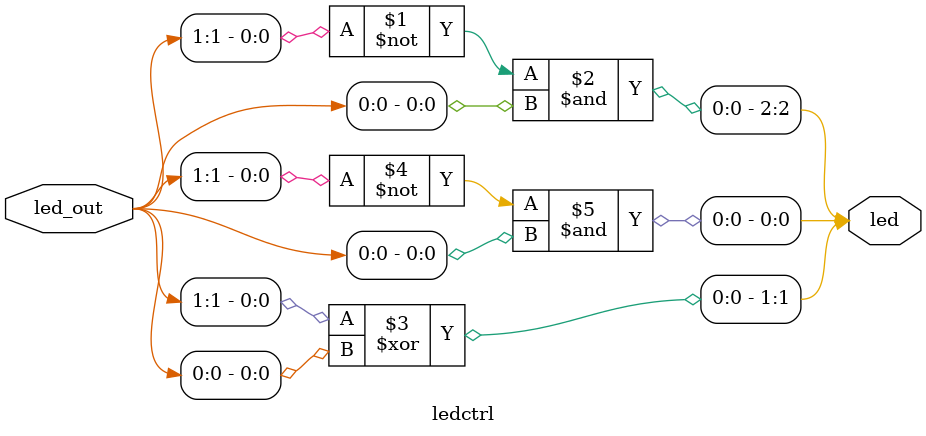
<source format=v>
`timescale 1ns / 1ps

module ledctrl (
       // input led_clk,
       input [1:0] led_out,//selection input of mux
       output [2:0] led //mux output
       );
      
       
       assign led[2] = ~led_out[1]&led_out[0]; 
       assign led[1] = led_out[1]^led_out[0];
       assign led[0] = ~led_out[1]&led_out[0]; 
       

endmodule
</source>
